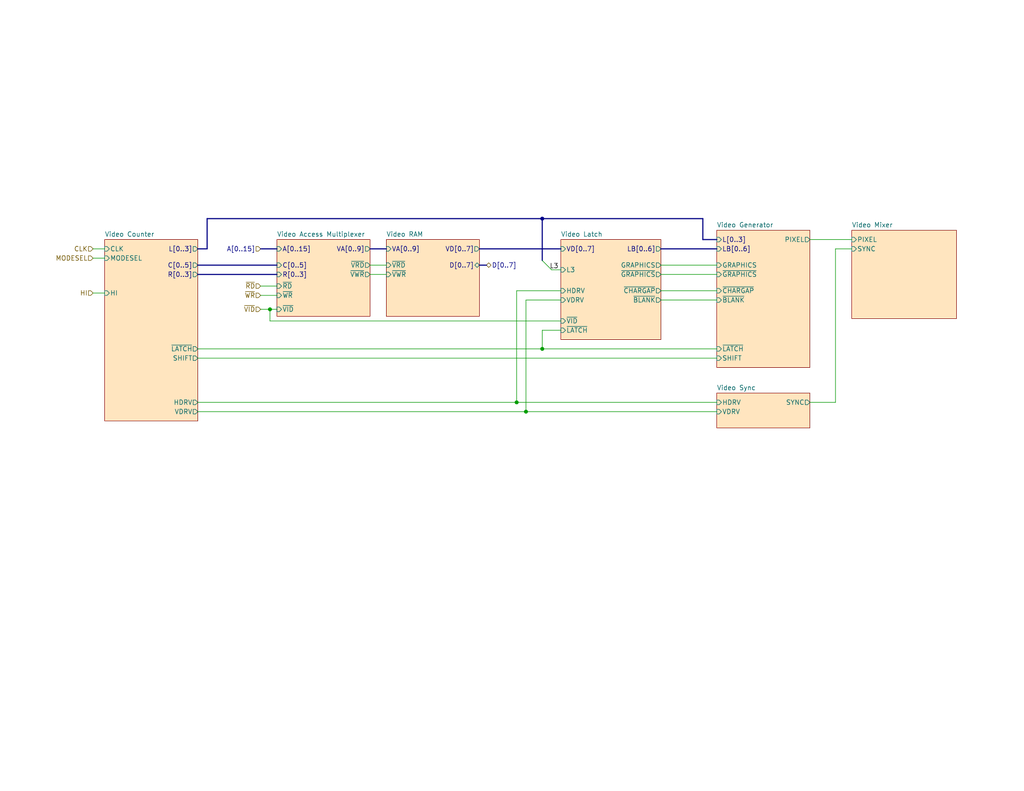
<source format=kicad_sch>
(kicad_sch
	(version 20231120)
	(generator "eeschema")
	(generator_version "8.0")
	(uuid "ddc890d1-60a8-48b4-bae2-22e60020313f")
	(paper "USLetter")
	(title_block
		(title "TRS-80 Model I Rev A")
		(date "2024-11-20")
		(rev "E1A-A")
		(company "RetroStack - Marcel Erz")
		(comment 2 "All video components of system")
		(comment 4 "Video Overview")
	)
	(lib_symbols)
	(junction
		(at 143.51 112.395)
		(diameter 0)
		(color 0 0 0 0)
		(uuid "4b0ee32d-1467-482d-9861-e2335c18928a")
	)
	(junction
		(at 140.97 109.855)
		(diameter 0)
		(color 0 0 0 0)
		(uuid "89ece640-1fe6-4090-bee6-f8cf3b1e1aa4")
	)
	(junction
		(at 73.66 84.455)
		(diameter 0)
		(color 0 0 0 0)
		(uuid "8a1a1750-6973-41a2-9cbe-95fe7b1f83ac")
	)
	(junction
		(at 147.955 95.25)
		(diameter 0)
		(color 0 0 0 0)
		(uuid "de888ead-f4c8-42dc-9d0a-49e16842f60b")
	)
	(junction
		(at 147.955 59.69)
		(diameter 0)
		(color 0 0 0 0)
		(uuid "fbdd9b31-da61-45e8-9409-85bd2976fa00")
	)
	(bus_entry
		(at 147.955 71.12)
		(size 2.54 2.54)
		(stroke
			(width 0)
			(type default)
		)
		(uuid "be0b5750-4e70-4eda-a860-089f2fc62997")
	)
	(wire
		(pts
			(xy 147.955 90.17) (xy 147.955 95.25)
		)
		(stroke
			(width 0)
			(type default)
		)
		(uuid "094086c7-f77e-4a08-bf6e-03e07978da45")
	)
	(wire
		(pts
			(xy 143.51 81.915) (xy 143.51 112.395)
		)
		(stroke
			(width 0)
			(type default)
		)
		(uuid "14f1c090-c40d-4af4-b90f-bf6079fcbadb")
	)
	(wire
		(pts
			(xy 53.975 95.25) (xy 147.955 95.25)
		)
		(stroke
			(width 0)
			(type default)
		)
		(uuid "1bbde9b5-8788-4074-ae03-dc312dda4dba")
	)
	(wire
		(pts
			(xy 153.035 90.17) (xy 147.955 90.17)
		)
		(stroke
			(width 0)
			(type default)
		)
		(uuid "1c129807-30f9-4fec-9174-c6afadeb24a6")
	)
	(wire
		(pts
			(xy 143.51 112.395) (xy 195.58 112.395)
		)
		(stroke
			(width 0)
			(type default)
		)
		(uuid "1d64e403-a597-4d43-9ef4-cf97192cf33b")
	)
	(wire
		(pts
			(xy 73.66 84.455) (xy 75.565 84.455)
		)
		(stroke
			(width 0)
			(type default)
		)
		(uuid "24a17d2e-afb3-4e50-82f3-7c4cdca434a0")
	)
	(wire
		(pts
			(xy 25.4 70.485) (xy 28.575 70.485)
		)
		(stroke
			(width 0)
			(type default)
		)
		(uuid "29ed8205-7367-4e6d-b36e-b5c175fc61f3")
	)
	(wire
		(pts
			(xy 180.34 74.93) (xy 195.58 74.93)
		)
		(stroke
			(width 0)
			(type default)
		)
		(uuid "2eeb2239-e048-481e-acf5-efcebfbcb46c")
	)
	(bus
		(pts
			(xy 53.975 72.39) (xy 75.565 72.39)
		)
		(stroke
			(width 0)
			(type default)
		)
		(uuid "36c9b17c-cf4f-4eeb-b6d2-7e9b0f5b0c95")
	)
	(wire
		(pts
			(xy 25.4 80.01) (xy 28.575 80.01)
		)
		(stroke
			(width 0)
			(type default)
		)
		(uuid "375ce2fb-6810-4fcb-8194-f3ef5fe4f713")
	)
	(wire
		(pts
			(xy 153.035 81.915) (xy 143.51 81.915)
		)
		(stroke
			(width 0)
			(type default)
		)
		(uuid "384f4804-f92a-4850-b81e-3a2062124b00")
	)
	(wire
		(pts
			(xy 220.98 109.855) (xy 227.965 109.855)
		)
		(stroke
			(width 0)
			(type default)
		)
		(uuid "39ba0731-b1b2-4ebf-9b9c-ff993dd924d8")
	)
	(bus
		(pts
			(xy 147.955 59.69) (xy 147.955 71.12)
		)
		(stroke
			(width 0)
			(type default)
		)
		(uuid "47a2bdf2-4f2a-4732-9ae5-2f54ce404b18")
	)
	(bus
		(pts
			(xy 53.975 74.93) (xy 75.565 74.93)
		)
		(stroke
			(width 0)
			(type default)
		)
		(uuid "5cb319dd-3378-4335-b2e9-6f90dd0518b1")
	)
	(wire
		(pts
			(xy 71.12 84.455) (xy 73.66 84.455)
		)
		(stroke
			(width 0)
			(type default)
		)
		(uuid "70496be4-958b-4d81-b87c-9943f01a401b")
	)
	(wire
		(pts
			(xy 53.975 112.395) (xy 143.51 112.395)
		)
		(stroke
			(width 0)
			(type default)
		)
		(uuid "73bc4552-da90-4daa-9170-989809c75d23")
	)
	(bus
		(pts
			(xy 53.975 67.945) (xy 56.515 67.945)
		)
		(stroke
			(width 0)
			(type default)
		)
		(uuid "7c9cdbf3-6e90-4a1a-8263-659dabca8f91")
	)
	(wire
		(pts
			(xy 220.98 65.405) (xy 232.41 65.405)
		)
		(stroke
			(width 0)
			(type default)
		)
		(uuid "7e9c1e4a-8966-4412-bccf-6c0bb432072c")
	)
	(wire
		(pts
			(xy 153.035 87.63) (xy 73.66 87.63)
		)
		(stroke
			(width 0)
			(type default)
		)
		(uuid "85820b9b-86ce-4f3c-83e6-2f8df70c357a")
	)
	(bus
		(pts
			(xy 56.515 59.69) (xy 56.515 67.945)
		)
		(stroke
			(width 0)
			(type default)
		)
		(uuid "8686c705-57a0-4d05-9070-5c82efc76fad")
	)
	(bus
		(pts
			(xy 100.965 67.945) (xy 105.41 67.945)
		)
		(stroke
			(width 0)
			(type default)
		)
		(uuid "8d3e3e07-d954-420a-a631-bba3ab87c9da")
	)
	(wire
		(pts
			(xy 100.965 72.39) (xy 105.41 72.39)
		)
		(stroke
			(width 0)
			(type default)
		)
		(uuid "908fe46a-e36c-410a-b362-a9ce36fb8894")
	)
	(wire
		(pts
			(xy 180.34 72.39) (xy 195.58 72.39)
		)
		(stroke
			(width 0)
			(type default)
		)
		(uuid "993cf422-ea60-4c90-8c0c-1956675c2535")
	)
	(wire
		(pts
			(xy 227.965 67.945) (xy 227.965 109.855)
		)
		(stroke
			(width 0)
			(type default)
		)
		(uuid "9c3e916b-d591-482b-a81a-086ba990c8ba")
	)
	(bus
		(pts
			(xy 56.515 59.69) (xy 147.955 59.69)
		)
		(stroke
			(width 0)
			(type default)
		)
		(uuid "a09b776e-c2fb-46d1-ac26-863934a47751")
	)
	(bus
		(pts
			(xy 195.58 65.405) (xy 191.77 65.405)
		)
		(stroke
			(width 0)
			(type default)
		)
		(uuid "a900075b-0e6d-4655-a070-53d5c30955e6")
	)
	(bus
		(pts
			(xy 191.77 65.405) (xy 191.77 59.69)
		)
		(stroke
			(width 0)
			(type default)
		)
		(uuid "aa09796d-dd17-4006-844e-49f6df0c56bb")
	)
	(wire
		(pts
			(xy 150.495 73.66) (xy 153.035 73.66)
		)
		(stroke
			(width 0)
			(type default)
		)
		(uuid "ab6fa726-6a1d-4874-aa30-c3ffdbfda2fd")
	)
	(wire
		(pts
			(xy 53.975 97.79) (xy 195.58 97.79)
		)
		(stroke
			(width 0)
			(type default)
		)
		(uuid "b22bbfe0-1b8c-4f19-90a3-39dd228be4a6")
	)
	(wire
		(pts
			(xy 140.97 79.375) (xy 140.97 109.855)
		)
		(stroke
			(width 0)
			(type default)
		)
		(uuid "b2c134b4-9110-4033-8777-d9224b7e83dd")
	)
	(wire
		(pts
			(xy 180.34 81.915) (xy 195.58 81.915)
		)
		(stroke
			(width 0)
			(type default)
		)
		(uuid "b4e73c04-7ded-47dd-a53d-4b1f9b0f9564")
	)
	(wire
		(pts
			(xy 25.4 67.945) (xy 28.575 67.945)
		)
		(stroke
			(width 0)
			(type default)
		)
		(uuid "b5b0fb9a-364f-43d4-a49d-6069a9669137")
	)
	(wire
		(pts
			(xy 53.975 109.855) (xy 140.97 109.855)
		)
		(stroke
			(width 0)
			(type default)
		)
		(uuid "c4632627-7907-4d5a-a256-2f8d64373af7")
	)
	(wire
		(pts
			(xy 147.955 95.25) (xy 195.58 95.25)
		)
		(stroke
			(width 0)
			(type default)
		)
		(uuid "c713d13e-039d-4e6d-b724-c128424e8e07")
	)
	(wire
		(pts
			(xy 73.66 87.63) (xy 73.66 84.455)
		)
		(stroke
			(width 0)
			(type default)
		)
		(uuid "ce902489-1a65-4d4f-b862-3427f69c03e0")
	)
	(wire
		(pts
			(xy 153.035 79.375) (xy 140.97 79.375)
		)
		(stroke
			(width 0)
			(type default)
		)
		(uuid "ced5365f-b896-4343-bbc3-289235946712")
	)
	(bus
		(pts
			(xy 147.955 59.69) (xy 191.77 59.69)
		)
		(stroke
			(width 0)
			(type default)
		)
		(uuid "d00f1c60-958a-4a6f-bcae-93d91bd8bfc3")
	)
	(wire
		(pts
			(xy 140.97 109.855) (xy 195.58 109.855)
		)
		(stroke
			(width 0)
			(type default)
		)
		(uuid "de46ae8e-44b4-4849-ab2e-1d520a5098bf")
	)
	(bus
		(pts
			(xy 130.81 67.945) (xy 153.035 67.945)
		)
		(stroke
			(width 0)
			(type default)
		)
		(uuid "e3737579-8130-4a89-a33c-f1d075530d46")
	)
	(bus
		(pts
			(xy 130.81 72.39) (xy 132.715 72.39)
		)
		(stroke
			(width 0)
			(type default)
		)
		(uuid "e4a1e6c6-7d24-41e1-a8e9-1977d360073e")
	)
	(bus
		(pts
			(xy 71.12 67.945) (xy 75.565 67.945)
		)
		(stroke
			(width 0)
			(type default)
		)
		(uuid "e55005f9-5bfd-4004-9a89-55eacb68d846")
	)
	(wire
		(pts
			(xy 232.41 67.945) (xy 227.965 67.945)
		)
		(stroke
			(width 0)
			(type default)
		)
		(uuid "e6c10d5c-0203-4506-a22c-f75a28efbd39")
	)
	(wire
		(pts
			(xy 71.12 78.105) (xy 75.565 78.105)
		)
		(stroke
			(width 0)
			(type default)
		)
		(uuid "ef8b2bf1-de60-4e00-9903-110cde403b0f")
	)
	(wire
		(pts
			(xy 71.12 80.645) (xy 75.565 80.645)
		)
		(stroke
			(width 0)
			(type default)
		)
		(uuid "f6ab0d6b-2ac2-4d84-a8b8-2c0bc85dc3f1")
	)
	(bus
		(pts
			(xy 180.34 67.945) (xy 195.58 67.945)
		)
		(stroke
			(width 0)
			(type default)
		)
		(uuid "f8e7d569-673a-462d-ac2b-3f0d79d3666b")
	)
	(wire
		(pts
			(xy 180.34 79.375) (xy 195.58 79.375)
		)
		(stroke
			(width 0)
			(type default)
		)
		(uuid "fe32ee27-d28d-4599-bfb4-2549a8d336e4")
	)
	(wire
		(pts
			(xy 100.965 74.93) (xy 105.41 74.93)
		)
		(stroke
			(width 0)
			(type default)
		)
		(uuid "fe4babc0-8a2b-4573-ac00-6422697919d0")
	)
	(label "L3"
		(at 152.4 73.66 180)
		(fields_autoplaced yes)
		(effects
			(font
				(size 1.27 1.27)
			)
			(justify right bottom)
		)
		(uuid "7a3f1735-7646-4515-aa2c-0c878cbee8a5")
	)
	(hierarchical_label "MODESEL"
		(shape input)
		(at 25.4 70.485 180)
		(fields_autoplaced yes)
		(effects
			(font
				(size 1.27 1.27)
			)
			(justify right)
		)
		(uuid "07d89109-6577-438d-a8ac-1eb012fa1875")
	)
	(hierarchical_label "~{RD}"
		(shape input)
		(at 71.12 78.105 180)
		(fields_autoplaced yes)
		(effects
			(font
				(size 1.27 1.27)
			)
			(justify right)
		)
		(uuid "0e2a4b9a-9aba-4698-b643-f274671df494")
	)
	(hierarchical_label "A[0..15]"
		(shape input)
		(at 71.12 67.945 180)
		(fields_autoplaced yes)
		(effects
			(font
				(size 1.27 1.27)
			)
			(justify right)
		)
		(uuid "5fcdeede-5573-4e60-9aa7-4bd85b947217")
	)
	(hierarchical_label "HI"
		(shape input)
		(at 25.4 80.01 180)
		(fields_autoplaced yes)
		(effects
			(font
				(size 1.27 1.27)
			)
			(justify right)
		)
		(uuid "8afd5dc2-c682-4e8a-8a36-961b3edc8337")
	)
	(hierarchical_label "~{VID}"
		(shape input)
		(at 71.12 84.455 180)
		(fields_autoplaced yes)
		(effects
			(font
				(size 1.27 1.27)
			)
			(justify right)
		)
		(uuid "923f3b74-e5c0-45b0-8d28-99911d93f332")
	)
	(hierarchical_label "~{WR}"
		(shape input)
		(at 71.12 80.645 180)
		(fields_autoplaced yes)
		(effects
			(font
				(size 1.27 1.27)
			)
			(justify right)
		)
		(uuid "ba1dcfa8-8839-404a-8fc8-c01f01912ab9")
	)
	(hierarchical_label "CLK"
		(shape input)
		(at 25.4 67.945 180)
		(fields_autoplaced yes)
		(effects
			(font
				(size 1.27 1.27)
			)
			(justify right)
		)
		(uuid "efc3815d-4117-49fc-95ce-9cfed4c46207")
	)
	(hierarchical_label "D[0..7]"
		(shape bidirectional)
		(at 132.715 72.39 0)
		(fields_autoplaced yes)
		(effects
			(font
				(size 1.27 1.27)
			)
			(justify left)
		)
		(uuid "fd6f2a0f-2e24-402e-a357-91491ae10c21")
	)
	(sheet
		(at 195.58 107.315)
		(size 25.4 9.525)
		(fields_autoplaced yes)
		(stroke
			(width 0.1524)
			(type solid)
		)
		(fill
			(color 255 229 191 1.0000)
		)
		(uuid "35cfc821-88b1-4943-bf2c-387c3e927dcd")
		(property "Sheetname" "Video Sync"
			(at 195.58 106.6034 0)
			(effects
				(font
					(size 1.27 1.27)
				)
				(justify left bottom)
			)
		)
		(property "Sheetfile" "VideoSync.kicad_sch"
			(at 195.58 117.4246 0)
			(effects
				(font
					(size 1.27 1.27)
				)
				(justify left top)
				(hide yes)
			)
		)
		(pin "SYNC" output
			(at 220.98 109.855 0)
			(effects
				(font
					(size 1.27 1.27)
				)
				(justify right)
			)
			(uuid "0e32aec8-457a-4091-83b5-aa77ec87571f")
		)
		(pin "VDRV" input
			(at 195.58 112.395 180)
			(effects
				(font
					(size 1.27 1.27)
				)
				(justify left)
			)
			(uuid "d17ad0dd-0c00-473b-9927-36cd25a622d1")
		)
		(pin "HDRV" input
			(at 195.58 109.855 180)
			(effects
				(font
					(size 1.27 1.27)
				)
				(justify left)
			)
			(uuid "cec14282-b0e6-4082-b3af-a2fd0e09ba9c")
		)
		(instances
			(project "TRS80_Model_I_A_E1"
				(path "/701a2cc1-ff66-476a-8e0a-77db17580c7f/1877028c-ddc2-43ad-b4b6-3d47d856cb44"
					(page "17")
				)
			)
		)
	)
	(sheet
		(at 153.035 65.405)
		(size 27.305 27.305)
		(fields_autoplaced yes)
		(stroke
			(width 0.1524)
			(type solid)
		)
		(fill
			(color 255 229 191 1.0000)
		)
		(uuid "70596fa4-2c1f-4d6c-91a4-059bac433406")
		(property "Sheetname" "Video Latch"
			(at 153.035 64.6934 0)
			(effects
				(font
					(size 1.27 1.27)
				)
				(justify left bottom)
			)
		)
		(property "Sheetfile" "Video Latch.kicad_sch"
			(at 153.035 93.2946 0)
			(effects
				(font
					(size 1.27 1.27)
				)
				(justify left top)
				(hide yes)
			)
		)
		(pin "~{VID}" input
			(at 153.035 87.63 180)
			(effects
				(font
					(size 1.27 1.27)
				)
				(justify left)
			)
			(uuid "3a1ae598-eaf0-4b9b-8843-76248e1352b5")
		)
		(pin "HDRV" input
			(at 153.035 79.375 180)
			(effects
				(font
					(size 1.27 1.27)
				)
				(justify left)
			)
			(uuid "987857ba-04b6-41a5-848c-dbb8851e1e23")
		)
		(pin "VDRV" input
			(at 153.035 81.915 180)
			(effects
				(font
					(size 1.27 1.27)
				)
				(justify left)
			)
			(uuid "42c3f092-c440-44e2-9791-81a6927ac3c6")
		)
		(pin "VD[0..7]" input
			(at 153.035 67.945 180)
			(effects
				(font
					(size 1.27 1.27)
				)
				(justify left)
			)
			(uuid "4a461242-4a8e-42f0-abb3-3d9bc2e988df")
		)
		(pin "~{LATCH}" input
			(at 153.035 90.17 180)
			(effects
				(font
					(size 1.27 1.27)
				)
				(justify left)
			)
			(uuid "50c4f4a5-878b-471e-aab2-23f6785b569c")
		)
		(pin "GRAPHICS" output
			(at 180.34 72.39 0)
			(effects
				(font
					(size 1.27 1.27)
				)
				(justify right)
			)
			(uuid "f723d10c-acaf-402c-afef-d7c98e841e7d")
		)
		(pin "LB[0..6]" output
			(at 180.34 67.945 0)
			(effects
				(font
					(size 1.27 1.27)
				)
				(justify right)
			)
			(uuid "e450f52f-3d89-491b-af62-6bc4562396e9")
		)
		(pin "~{BLANK}" output
			(at 180.34 81.915 0)
			(effects
				(font
					(size 1.27 1.27)
				)
				(justify right)
			)
			(uuid "40be3162-7a69-4208-a0c2-f6a928e1a3fb")
		)
		(pin "~{CHARGAP}" output
			(at 180.34 79.375 0)
			(effects
				(font
					(size 1.27 1.27)
				)
				(justify right)
			)
			(uuid "c6096e8c-a8d8-4897-a602-90f332335a66")
		)
		(pin "~{GRAPHICS}" output
			(at 180.34 74.93 0)
			(effects
				(font
					(size 1.27 1.27)
				)
				(justify right)
			)
			(uuid "a90d4559-fe69-4fb6-a0fb-d72161258e0d")
		)
		(pin "L3" input
			(at 153.035 73.66 180)
			(effects
				(font
					(size 1.27 1.27)
				)
				(justify left)
			)
			(uuid "c2f9c9ba-98d1-4053-9212-84ec695cd147")
		)
		(instances
			(project "TRS80_Model_I_A_E1"
				(path "/701a2cc1-ff66-476a-8e0a-77db17580c7f/1877028c-ddc2-43ad-b4b6-3d47d856cb44"
					(page "15")
				)
			)
		)
	)
	(sheet
		(at 28.575 65.405)
		(size 25.4 49.53)
		(fields_autoplaced yes)
		(stroke
			(width 0.1524)
			(type solid)
		)
		(fill
			(color 255 229 191 1.0000)
		)
		(uuid "c40ca7b4-f41e-4871-914c-d85ec155735a")
		(property "Sheetname" "Video Counter"
			(at 28.575 64.6934 0)
			(effects
				(font
					(size 1.27 1.27)
				)
				(justify left bottom)
			)
		)
		(property "Sheetfile" "VideoCounter.kicad_sch"
			(at 28.575 115.5196 0)
			(effects
				(font
					(size 1.27 1.27)
				)
				(justify left top)
				(hide yes)
			)
		)
		(pin "VDRV" output
			(at 53.975 112.395 0)
			(effects
				(font
					(size 1.27 1.27)
				)
				(justify right)
			)
			(uuid "c76c177f-a156-437f-9226-c9f1d30f5759")
		)
		(pin "CLK" input
			(at 28.575 67.945 180)
			(effects
				(font
					(size 1.27 1.27)
				)
				(justify left)
			)
			(uuid "9b0bf513-4443-44ea-8185-66379ee272a8")
		)
		(pin "HI" input
			(at 28.575 80.01 180)
			(effects
				(font
					(size 1.27 1.27)
				)
				(justify left)
			)
			(uuid "83903384-0e22-4e5f-bdfb-d47e438ea413")
		)
		(pin "SHIFT" output
			(at 53.975 97.79 0)
			(effects
				(font
					(size 1.27 1.27)
				)
				(justify right)
			)
			(uuid "9d78bf8e-36bf-42ed-929d-dd6f82c3344c")
		)
		(pin "HDRV" output
			(at 53.975 109.855 0)
			(effects
				(font
					(size 1.27 1.27)
				)
				(justify right)
			)
			(uuid "297ac70e-a7b8-4053-b7b1-1ccaee94ec0a")
		)
		(pin "MODESEL" input
			(at 28.575 70.485 180)
			(effects
				(font
					(size 1.27 1.27)
				)
				(justify left)
			)
			(uuid "a82e082b-bd63-40aa-8a70-8c953bc8e8dd")
		)
		(pin "~{LATCH}" output
			(at 53.975 95.25 0)
			(effects
				(font
					(size 1.27 1.27)
				)
				(justify right)
			)
			(uuid "7d1b224d-4d52-4ac1-8c37-8908a81f2ac4")
		)
		(pin "L[0..3]" output
			(at 53.975 67.945 0)
			(effects
				(font
					(size 1.27 1.27)
				)
				(justify right)
			)
			(uuid "f620f106-fe8f-4b9b-a5ac-79d64452a9a5")
		)
		(pin "C[0..5]" output
			(at 53.975 72.39 0)
			(effects
				(font
					(size 1.27 1.27)
				)
				(justify right)
			)
			(uuid "e120c35b-6fff-48d4-907b-d28c0181305d")
		)
		(pin "R[0..3]" output
			(at 53.975 74.93 0)
			(effects
				(font
					(size 1.27 1.27)
				)
				(justify right)
			)
			(uuid "659a6a17-7328-4b84-b6ff-2b35d7056261")
		)
		(instances
			(project "TRS80_Model_I_A_E1"
				(path "/701a2cc1-ff66-476a-8e0a-77db17580c7f/1877028c-ddc2-43ad-b4b6-3d47d856cb44"
					(page "12")
				)
			)
		)
	)
	(sheet
		(at 105.41 65.405)
		(size 25.4 20.955)
		(fields_autoplaced yes)
		(stroke
			(width 0.1524)
			(type solid)
		)
		(fill
			(color 255 229 191 1.0000)
		)
		(uuid "e8e2768d-1c31-44b7-9c97-1f6afdbdd687")
		(property "Sheetname" "Video RAM"
			(at 105.41 64.6934 0)
			(effects
				(font
					(size 1.27 1.27)
				)
				(justify left bottom)
			)
		)
		(property "Sheetfile" "VideoRAM.kicad_sch"
			(at 105.41 86.9446 0)
			(effects
				(font
					(size 1.27 1.27)
				)
				(justify left top)
				(hide yes)
			)
		)
		(pin "D[0..7]" bidirectional
			(at 130.81 72.39 0)
			(effects
				(font
					(size 1.27 1.27)
				)
				(justify right)
			)
			(uuid "fc279772-c0d2-4254-93c3-95c30581463b")
		)
		(pin "~{VRD}" input
			(at 105.41 72.39 180)
			(effects
				(font
					(size 1.27 1.27)
				)
				(justify left)
			)
			(uuid "8d3bde78-8c58-4079-ad1f-1308b0849047")
		)
		(pin "~{VWR}" input
			(at 105.41 74.93 180)
			(effects
				(font
					(size 1.27 1.27)
				)
				(justify left)
			)
			(uuid "b4e62d51-9720-4544-8afb-abf345c8834d")
		)
		(pin "VA[0..9]" input
			(at 105.41 67.945 180)
			(effects
				(font
					(size 1.27 1.27)
				)
				(justify left)
			)
			(uuid "ac216da8-b6db-4e93-ba74-636a10d413fb")
		)
		(pin "VD[0..7]" output
			(at 130.81 67.945 0)
			(effects
				(font
					(size 1.27 1.27)
				)
				(justify right)
			)
			(uuid "a2f6f537-d2ee-470a-80a6-d90dd757bdfd")
		)
		(instances
			(project "TRS80_Model_I_A_E1"
				(path "/701a2cc1-ff66-476a-8e0a-77db17580c7f/1877028c-ddc2-43ad-b4b6-3d47d856cb44"
					(page "14")
				)
			)
		)
	)
	(sheet
		(at 232.41 62.865)
		(size 28.575 24.13)
		(fields_autoplaced yes)
		(stroke
			(width 0.1524)
			(type solid)
		)
		(fill
			(color 255 229 191 1.0000)
		)
		(uuid "f23b5b44-0891-4bfb-8cc7-603f3d6a25b8")
		(property "Sheetname" "Video Mixer"
			(at 232.41 62.1534 0)
			(effects
				(font
					(size 1.27 1.27)
				)
				(justify left bottom)
			)
		)
		(property "Sheetfile" "VideoMixer.kicad_sch"
			(at 232.41 87.5796 0)
			(effects
				(font
					(size 1.27 1.27)
				)
				(justify left top)
				(hide yes)
			)
		)
		(pin "PIXEL" input
			(at 232.41 65.405 180)
			(effects
				(font
					(size 1.27 1.27)
				)
				(justify left)
			)
			(uuid "b334db26-f61f-403c-b116-eb2221a69f0b")
		)
		(pin "SYNC" input
			(at 232.41 67.945 180)
			(effects
				(font
					(size 1.27 1.27)
				)
				(justify left)
			)
			(uuid "cc2777d3-187f-4b9a-b201-06cd155f088a")
		)
		(instances
			(project "TRS80_Model_I_A_E1"
				(path "/701a2cc1-ff66-476a-8e0a-77db17580c7f/1877028c-ddc2-43ad-b4b6-3d47d856cb44"
					(page "18")
				)
			)
		)
	)
	(sheet
		(at 75.565 65.405)
		(size 25.4 20.955)
		(fields_autoplaced yes)
		(stroke
			(width 0.1524)
			(type solid)
		)
		(fill
			(color 255 229 191 1.0000)
		)
		(uuid "f5f20aca-1e8e-4d7f-8de4-2a3390717d18")
		(property "Sheetname" "Video Access Multiplexer"
			(at 75.565 64.6934 0)
			(effects
				(font
					(size 1.27 1.27)
				)
				(justify left bottom)
			)
		)
		(property "Sheetfile" "VideoAccessMultiplexer.kicad_sch"
			(at 75.565 86.9446 0)
			(effects
				(font
					(size 1.27 1.27)
				)
				(justify left top)
				(hide yes)
			)
		)
		(pin "A[0..15]" input
			(at 75.565 67.945 180)
			(effects
				(font
					(size 1.27 1.27)
				)
				(justify left)
			)
			(uuid "b593080f-9f69-4fe6-abc8-574c37192363")
		)
		(pin "~{WR}" input
			(at 75.565 80.645 180)
			(effects
				(font
					(size 1.27 1.27)
				)
				(justify left)
			)
			(uuid "15509200-a767-4aec-adb8-a4e38385f2b2")
		)
		(pin "~{VRD}" output
			(at 100.965 72.39 0)
			(effects
				(font
					(size 1.27 1.27)
				)
				(justify right)
			)
			(uuid "66daa56f-71dd-4a6b-9d0e-9117791a2ec0")
		)
		(pin "~{VWR}" output
			(at 100.965 74.93 0)
			(effects
				(font
					(size 1.27 1.27)
				)
				(justify right)
			)
			(uuid "ed78197b-d9f1-426d-887b-4b1d6fee1971")
		)
		(pin "C[0..5]" input
			(at 75.565 72.39 180)
			(effects
				(font
					(size 1.27 1.27)
				)
				(justify left)
			)
			(uuid "55d893de-1183-4dd1-8037-5de651c5f00e")
		)
		(pin "R[0..3]" input
			(at 75.565 74.93 180)
			(effects
				(font
					(size 1.27 1.27)
				)
				(justify left)
			)
			(uuid "cba70a6e-8fab-4ff1-b029-b5ccfed94e1c")
		)
		(pin "~{RD}" input
			(at 75.565 78.105 180)
			(effects
				(font
					(size 1.27 1.27)
				)
				(justify left)
			)
			(uuid "730251a8-f07a-47e8-b3d8-8b32817ce900")
		)
		(pin "~{VID}" input
			(at 75.565 84.455 180)
			(effects
				(font
					(size 1.27 1.27)
				)
				(justify left)
			)
			(uuid "433d5b80-589b-45a2-97a0-2a132f03e998")
		)
		(pin "VA[0..9]" output
			(at 100.965 67.945 0)
			(effects
				(font
					(size 1.27 1.27)
				)
				(justify right)
			)
			(uuid "fded95d8-b47e-46f0-a588-60c5944368f2")
		)
		(instances
			(project "TRS80_Model_I_A_E1"
				(path "/701a2cc1-ff66-476a-8e0a-77db17580c7f/1877028c-ddc2-43ad-b4b6-3d47d856cb44"
					(page "13")
				)
			)
		)
	)
	(sheet
		(at 195.58 62.865)
		(size 25.4 37.465)
		(fields_autoplaced yes)
		(stroke
			(width 0.1524)
			(type solid)
		)
		(fill
			(color 255 229 191 1.0000)
		)
		(uuid "fca549a5-e8f1-40f8-977f-c053ce4b0568")
		(property "Sheetname" "Video Generator"
			(at 195.58 62.1534 0)
			(effects
				(font
					(size 1.27 1.27)
				)
				(justify left bottom)
			)
		)
		(property "Sheetfile" "VideoGen.kicad_sch"
			(at 195.58 100.9146 0)
			(effects
				(font
					(size 1.27 1.27)
				)
				(justify left top)
				(hide yes)
			)
		)
		(pin "PIXEL" output
			(at 220.98 65.405 0)
			(effects
				(font
					(size 1.27 1.27)
				)
				(justify right)
			)
			(uuid "330d2b12-45b0-4afa-8f1e-9199c6f8a957")
		)
		(pin "~{GRAPHICS}" input
			(at 195.58 74.93 180)
			(effects
				(font
					(size 1.27 1.27)
				)
				(justify left)
			)
			(uuid "6695ffcb-f3b2-4715-9709-c83951bce30a")
		)
		(pin "~{CHARGAP}" input
			(at 195.58 79.375 180)
			(effects
				(font
					(size 1.27 1.27)
				)
				(justify left)
			)
			(uuid "42d746af-2e6e-4d9b-8dd5-e42342101ed7")
		)
		(pin "GRAPHICS" input
			(at 195.58 72.39 180)
			(effects
				(font
					(size 1.27 1.27)
				)
				(justify left)
			)
			(uuid "56786656-43ed-4a05-9943-fab0b13badbf")
		)
		(pin "~{BLANK}" input
			(at 195.58 81.915 180)
			(effects
				(font
					(size 1.27 1.27)
				)
				(justify left)
			)
			(uuid "19dca332-7c60-4c64-9207-e9edfa15abe4")
		)
		(pin "~{LATCH}" input
			(at 195.58 95.25 180)
			(effects
				(font
					(size 1.27 1.27)
				)
				(justify left)
			)
			(uuid "1d53a6a0-0985-4b41-bc87-788bd76677c4")
		)
		(pin "SHIFT" input
			(at 195.58 97.79 180)
			(effects
				(font
					(size 1.27 1.27)
				)
				(justify left)
			)
			(uuid "3ff8a3b4-f408-41e5-b6bf-bef74cddbc39")
		)
		(pin "L[0..3]" input
			(at 195.58 65.405 180)
			(effects
				(font
					(size 1.27 1.27)
				)
				(justify left)
			)
			(uuid "ace5761c-31f8-4460-9986-913286962f95")
		)
		(pin "LB[0..6]" input
			(at 195.58 67.945 180)
			(effects
				(font
					(size 1.27 1.27)
				)
				(justify left)
			)
			(uuid "eaabc763-2783-4639-8d75-288fb0dcb9ae")
		)
		(instances
			(project "TRS80_Model_I_A_E1"
				(path "/701a2cc1-ff66-476a-8e0a-77db17580c7f/1877028c-ddc2-43ad-b4b6-3d47d856cb44"
					(page "16")
				)
			)
		)
	)
)

</source>
